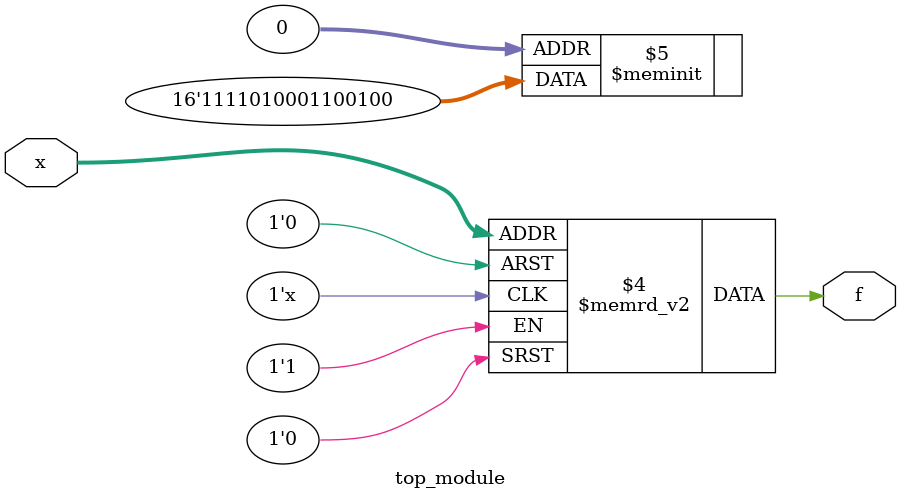
<source format=sv>
module top_module (
    input [4:1] x,
    output logic f
);

    always_comb begin
        case (x)
            4'b0000,
            4'b0001,
            4'b0011,
            4'b0100,
            4'b0111,
            4'b1000,
            4'b1001,
            4'b1011: f = 1'b0; // Defined 0s
            4'b0110,
            4'b1100,
            4'b1101: f = 1'b1; // Correcting specific don't-care that should be 1
            default: f = 1'b1; // Handle remaining don’t-cares, default to 1
        endcase
    end

endmodule

</source>
